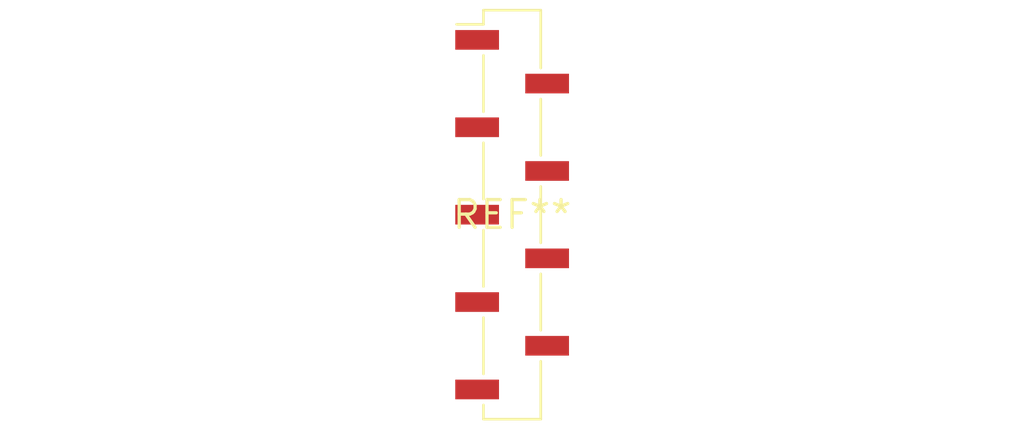
<source format=kicad_pcb>
(kicad_pcb (version 20240108) (generator pcbnew)
  (layers (0 "F.Cu" signal) (31 "B.Cu" signal) (34 "B.Paste" user) (35 "F.Paste" user) (36 "B.SilkS" user "B.Silkscreen") (37 "F.SilkS" user "F.Silkscreen") (38 "B.Mask" user) (39 "F.Mask" user) (44 "Edge.Cuts" user))
  (net 0 "")
  (footprint "PinSocket_1x09_P2.00mm_Vertical_SMD_Pin1Left" (layer "F.Cu") (at 0 0)
    (property "Reference" "REF**")
    (property "Value" "PinSocket_1x09_P2.00mm_Vertical_SMD_Pin1Left")
    (fp_line (start -2.54 -8.71) (end -1.31 -8.71) (layer "F.SilkS") (stroke (width 0.12)))
    (fp_line (start -1.31 -9.36) (end -1.31 -8.71) (layer "F.SilkS") (stroke (width 0.12)))
    (fp_line (start -1.31 -9.36) (end 1.31 -9.36) (layer "F.SilkS") (stroke (width 0.12)))
    (fp_line (start -1.31 -7.29) (end -1.31 -4.71) (layer "F.SilkS") (stroke (width 0.12)))
    (fp_line (start -1.31 -3.29) (end -1.31 -0.71) (layer "F.SilkS") (stroke (width 0.12)))
    (fp_line (start -1.31 0.71) (end -1.31 3.29) (layer "F.SilkS") (stroke (width 0.12)))
    (fp_line (start -1.31 4.71) (end -1.31 7.29) (layer "F.SilkS") (stroke (width 0.12)))
    (fp_line (start -1.31 8.71) (end -1.31 9.36) (layer "F.SilkS") (stroke (width 0.12)))
    (fp_line (start -1.31 9.36) (end 1.31 9.36) (layer "F.SilkS") (stroke (width 0.12)))
    (fp_line (start 1.31 -9.36) (end 1.31 -6.71) (layer "F.SilkS") (stroke (width 0.12)))
    (fp_line (start 1.31 -5.29) (end 1.31 -2.71) (layer "F.SilkS") (stroke (width 0.12)))
    (fp_line (start 1.31 -1.29) (end 1.31 1.29) (layer "F.SilkS") (stroke (width 0.12)))
    (fp_line (start 1.31 2.71) (end 1.31 5.29) (layer "F.SilkS") (stroke (width 0.12)))
    (fp_line (start 1.31 6.71) (end 1.31 9.36) (layer "F.SilkS") (stroke (width 0.12)))
    (pad "1" smd rect (at -1.6 -8) (size 2 0.9) (layers "F.Cu" "F.Paste" "F.Mask"))
    (pad "2" smd rect (at 1.6 -6) (size 2 0.9) (layers "F.Cu" "F.Paste" "F.Mask"))
    (pad "3" smd rect (at -1.6 -4) (size 2 0.9) (layers "F.Cu" "F.Paste" "F.Mask"))
    (pad "4" smd rect (at 1.6 -2) (size 2 0.9) (layers "F.Cu" "F.Paste" "F.Mask"))
    (pad "5" smd rect (at -1.6 0) (size 2 0.9) (layers "F.Cu" "F.Paste" "F.Mask"))
    (pad "6" smd rect (at 1.6 2) (size 2 0.9) (layers "F.Cu" "F.Paste" "F.Mask"))
    (pad "7" smd rect (at -1.6 4) (size 2 0.9) (layers "F.Cu" "F.Paste" "F.Mask"))
    (pad "8" smd rect (at 1.6 6) (size 2 0.9) (layers "F.Cu" "F.Paste" "F.Mask"))
    (pad "9" smd rect (at -1.6 8) (size 2 0.9) (layers "F.Cu" "F.Paste" "F.Mask"))
  )
)
</source>
